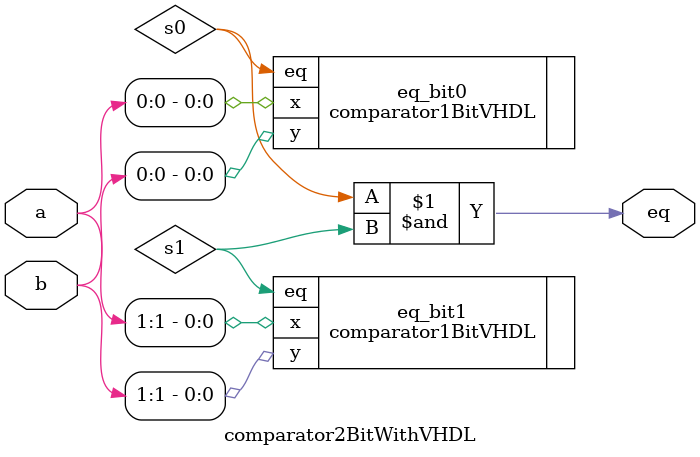
<source format=v>
module comparator2BitWithVHDL(
input wire[1:0] a, b,
	output wire eq
	);

wire s0, s1;

// instantiate 1 bit comparator
comparator1BitVHDL eq_bit0 (.x(a[0]), .y(b[0]), .eq(s0));
comparator1BitVHDL eq_bit1 (.x(a[1]), .y(b[1]), .eq(s1));

assign eq = s0 & s1;
endmodule
</source>
